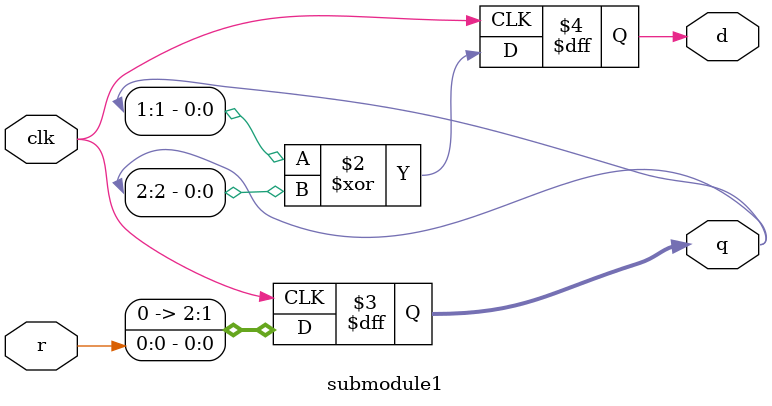
<source format=sv>
module top_module(
	input clk,
	input L,
	input q_in,
	input r_in,
	output reg Q);

	reg [2:0] q1;
	reg [2:0] q2;
	reg [2:0] q3;
	wire d1;
	wire d2;
	wire d3;
	wire [2:0] r;
	reg [2:0] q;

	submodule1 s1(
	    .clk(clk),
	    .q(q1),
	    .d(d1),
	    .r(r[0])
	);

	submodule1 s2(
	    .clk(clk),
	    .q(q2),
	    .d(d2),
	    .r(r[1])
	);

	submodule1 s3(
	    .clk(clk),
	    .q(q3),
	    .d(d3),
	    .r(r[2])
	);

	assign r[0] = r_in;
	assign r[1] = r_in;
	assign r[2] = r_in;

	always @(posedge clk) begin
	    if (L) begin
	        q <= r;
	    end else begin
	        q <= {q[1] ^ q[2], q[0], q[2]};
	    end
	end

	always @(posedge clk) begin
	    if (L) begin
	        Q <= q;
	    end else begin
	        Q <= q_in;
	    end
	end

endmodule
module submodule1(
	input clk,
	output reg [2:0] q,
	output reg d,
	input r);

	always @(posedge clk) begin
	    q <= r;
	    d <= q[1] ^ q[2];
	end

endmodule

</source>
